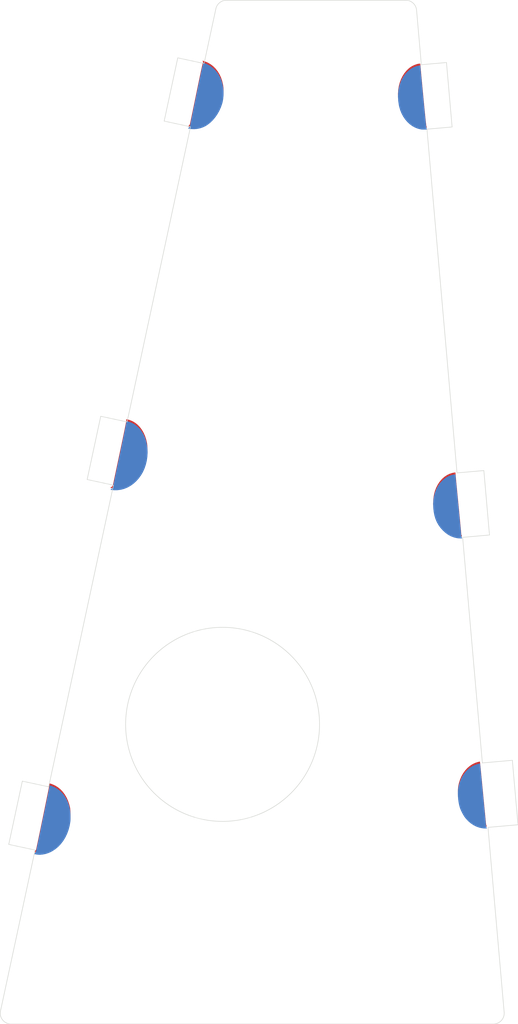
<source format=kicad_pcb>
(kicad_pcb (version 20171130) (host pcbnew "(5.1.10)-1")

  (general
    (thickness 1.6)
    (drawings 33)
    (tracks 0)
    (zones 0)
    (modules 1)
    (nets 1)
  )

  (page A4)
  (layers
    (0 F.Cu signal)
    (31 B.Cu signal)
    (32 B.Adhes user)
    (33 F.Adhes user)
    (34 B.Paste user)
    (35 F.Paste user)
    (36 B.SilkS user)
    (37 F.SilkS user)
    (38 B.Mask user)
    (39 F.Mask user)
    (40 Dwgs.User user)
    (41 Cmts.User user)
    (42 Eco1.User user)
    (43 Eco2.User user)
    (44 Edge.Cuts user)
    (45 Margin user)
    (46 B.CrtYd user)
    (47 F.CrtYd user)
    (48 B.Fab user)
    (49 F.Fab user)
  )

  (setup
    (last_trace_width 0.25)
    (trace_clearance 0.2)
    (zone_clearance 0.508)
    (zone_45_only no)
    (trace_min 0.2)
    (via_size 0.8)
    (via_drill 0.4)
    (via_min_size 0.4)
    (via_min_drill 0.3)
    (uvia_size 0.3)
    (uvia_drill 0.1)
    (uvias_allowed no)
    (uvia_min_size 0.2)
    (uvia_min_drill 0.1)
    (edge_width 0.05)
    (segment_width 0.2)
    (pcb_text_width 0.3)
    (pcb_text_size 1.5 1.5)
    (mod_edge_width 0.12)
    (mod_text_size 1 1)
    (mod_text_width 0.15)
    (pad_size 1.524 1.524)
    (pad_drill 0.762)
    (pad_to_mask_clearance 0)
    (aux_axis_origin 0 0)
    (visible_elements FFFFFF7F)
    (pcbplotparams
      (layerselection 0x010fc_ffffffff)
      (usegerberextensions false)
      (usegerberattributes true)
      (usegerberadvancedattributes true)
      (creategerberjobfile true)
      (excludeedgelayer true)
      (linewidth 0.100000)
      (plotframeref false)
      (viasonmask false)
      (mode 1)
      (useauxorigin false)
      (hpglpennumber 1)
      (hpglpenspeed 20)
      (hpglpendiameter 15.000000)
      (psnegative false)
      (psa4output false)
      (plotreference true)
      (plotvalue true)
      (plotinvisibletext false)
      (padsonsilk false)
      (subtractmaskfromsilk false)
      (outputformat 1)
      (mirror false)
      (drillshape 0)
      (scaleselection 1)
      (outputdirectory "output/"))
  )

  (net 0 "")

  (net_class Default "This is the default net class."
    (clearance 0.2)
    (trace_width 0.25)
    (via_dia 0.8)
    (via_drill 0.4)
    (uvia_dia 0.3)
    (uvia_drill 0.1)
  )

  (module gaisa-sargs-side-pcb-2:drawing (layer F.Cu) (tedit 0) (tstamp 61A80293)
    (at 148.34 144.06)
    (fp_text reference Ref** (at 0 0) (layer F.SilkS) hide
      (effects (font (size 1.27 1.27) (thickness 0.15)))
    )
    (fp_text value Val** (at 0 0) (layer F.SilkS) hide
      (effects (font (size 1.27 1.27) (thickness 0.15)))
    )
    (fp_poly (pts (xy -29.461534 -20.313598) (xy -29.405739 -20.296722) (xy -29.332996 -20.272874) (xy -29.324833 -20.270105)
      (xy -29.040626 -20.151391) (xy -28.77623 -19.996393) (xy -28.533145 -19.806998) (xy -28.312873 -19.585091)
      (xy -28.116913 -19.332557) (xy -27.946766 -19.051282) (xy -27.803934 -18.743151) (xy -27.689916 -18.410049)
      (xy -27.620948 -18.12925) (xy -27.599868 -17.99815) (xy -27.582946 -17.836438) (xy -27.570594 -17.65567)
      (xy -27.563224 -17.467401) (xy -27.56125 -17.283188) (xy -27.565082 -17.114586) (xy -27.575134 -16.973151)
      (xy -27.578634 -16.943645) (xy -27.64819 -16.549517) (xy -27.750404 -16.172678) (xy -27.883725 -15.815523)
      (xy -28.046603 -15.480446) (xy -28.23749 -15.169842) (xy -28.454834 -14.886104) (xy -28.697087 -14.631628)
      (xy -28.962699 -14.408808) (xy -29.25012 -14.220038) (xy -29.390085 -14.144869) (xy -29.637373 -14.038032)
      (xy -29.894881 -13.958401) (xy -30.153774 -13.907709) (xy -30.40522 -13.88769) (xy -30.63875 -13.899865)
      (xy -30.697313 -13.908865) (xy -30.774241 -13.922465) (xy -30.813371 -13.929943) (xy -30.924491 -13.951833)
      (xy -30.840693 -14.051213) (xy -30.814364 -14.083319) (xy -30.792947 -14.113806) (xy -30.774633 -14.148489)
      (xy -30.757612 -14.193181) (xy -30.740076 -14.253695) (xy -30.720215 -14.335844) (xy -30.696221 -14.445441)
      (xy -30.666284 -14.588299) (xy -30.651786 -14.658255) (xy -30.633626 -14.745758) (xy -30.607482 -14.871431)
      (xy -30.574034 -15.032006) (xy -30.533966 -15.224216) (xy -30.487959 -15.444794) (xy -30.436695 -15.690473)
      (xy -30.380856 -15.957985) (xy -30.321124 -16.244064) (xy -30.25818 -16.545442) (xy -30.192707 -16.858852)
      (xy -30.125387 -17.181027) (xy -30.056901 -17.508699) (xy -30.026506 -17.654101) (xy -29.9599 -17.973432)
      (xy -29.89577 -18.282323) (xy -29.83465 -18.578122) (xy -29.777075 -18.858179) (xy -29.723581 -19.119841)
      (xy -29.674704 -19.360456) (xy -29.630977 -19.577373) (xy -29.592938 -19.76794) (xy -29.56112 -19.929505)
      (xy -29.536059 -20.059417) (xy -29.51829 -20.155024) (xy -29.508349 -20.213673) (xy -29.506334 -20.231143)
      (xy -29.502631 -20.2857) (xy -29.493332 -20.317047) (xy -29.488875 -20.32) (xy -29.461534 -20.313598)) (layer B.Cu) (width 0.01))
    (fp_poly (pts (xy 10.455098 -22.326282) (xy 10.456333 -22.307604) (xy 10.458341 -22.281209) (xy 10.4642 -22.215262)
      (xy 10.473664 -22.112349) (xy 10.486488 -21.975053) (xy 10.502426 -21.805957) (xy 10.52123 -21.607646)
      (xy 10.542655 -21.382704) (xy 10.566456 -21.133713) (xy 10.592385 -20.863259) (xy 10.620197 -20.573925)
      (xy 10.649646 -20.268294) (xy 10.680486 -19.948951) (xy 10.710878 -19.634909) (xy 10.743282 -19.300095)
      (xy 10.774838 -18.973394) (xy 10.805271 -18.657684) (xy 10.834308 -18.35584) (xy 10.861672 -18.070737)
      (xy 10.88709 -17.805253) (xy 10.910287 -17.562262) (xy 10.930989 -17.34464) (xy 10.94892 -17.155263)
      (xy 10.963806 -16.997007) (xy 10.975373 -16.872748) (xy 10.983346 -16.785361) (xy 10.987037 -16.742901)
      (xy 11.000164 -16.609143) (xy 11.01515 -16.511595) (xy 11.033121 -16.44414) (xy 11.048233 -16.411295)
      (xy 11.071014 -16.364606) (xy 11.076918 -16.334645) (xy 11.075464 -16.331854) (xy 11.046079 -16.324518)
      (xy 10.983846 -16.322143) (xy 10.897922 -16.324456) (xy 10.797467 -16.331183) (xy 10.691641 -16.342051)
      (xy 10.678583 -16.343676) (xy 10.395994 -16.400547) (xy 10.118919 -16.497498) (xy 9.850917 -16.63232)
      (xy 9.595545 -16.802807) (xy 9.356362 -17.00675) (xy 9.136926 -17.241941) (xy 9.046108 -17.356667)
      (xy 8.965455 -17.474871) (xy 8.878096 -17.6213) (xy 8.790264 -17.78387) (xy 8.70819 -17.950497)
      (xy 8.638107 -18.109099) (xy 8.586246 -18.247591) (xy 8.585603 -18.249563) (xy 8.520414 -18.486378)
      (xy 8.4682 -18.750385) (xy 8.430017 -19.030029) (xy 8.406923 -19.313751) (xy 8.399975 -19.589997)
      (xy 8.410231 -19.847209) (xy 8.425991 -19.994208) (xy 8.492482 -20.334334) (xy 8.59472 -20.664083)
      (xy 8.730231 -20.978364) (xy 8.896543 -21.272086) (xy 9.091182 -21.540156) (xy 9.275243 -21.742265)
      (xy 9.48867 -21.93009) (xy 9.714968 -22.083092) (xy 9.960566 -22.204692) (xy 10.231896 -22.298315)
      (xy 10.398125 -22.339941) (xy 10.440121 -22.344266) (xy 10.455098 -22.326282)) (layer B.Cu) (width 0.01))
    (fp_poly (pts (xy 8.147955 -49.145202) (xy 8.166787 -49.125313) (xy 8.170333 -49.076193) (xy 8.170333 -49.076165)
      (xy 8.172378 -49.046183) (xy 8.178343 -48.976713) (xy 8.187977 -48.870396) (xy 8.201025 -48.729872)
      (xy 8.217237 -48.557781) (xy 8.236357 -48.356762) (xy 8.258135 -48.129456) (xy 8.282317 -47.878502)
      (xy 8.30865 -47.606541) (xy 8.336881 -47.316212) (xy 8.366758 -47.010156) (xy 8.398028 -46.691012)
      (xy 8.425215 -46.414457) (xy 8.457835 -46.082671) (xy 8.489536 -45.759349) (xy 8.52004 -45.447357)
      (xy 8.549071 -45.149561) (xy 8.576354 -44.868826) (xy 8.601611 -44.608016) (xy 8.624565 -44.369997)
      (xy 8.644941 -44.157634) (xy 8.662462 -43.973793) (xy 8.676851 -43.821338) (xy 8.687833 -43.703135)
      (xy 8.695129 -43.622049) (xy 8.698015 -43.587356) (xy 8.711712 -43.45002) (xy 8.729044 -43.353052)
      (xy 8.749848 -43.297368) (xy 8.750049 -43.297059) (xy 8.774531 -43.256237) (xy 8.784166 -43.233662)
      (xy 8.764727 -43.227529) (xy 8.713006 -43.224769) (xy 8.638894 -43.225104) (xy 8.552287 -43.228258)
      (xy 8.463076 -43.233953) (xy 8.381156 -43.241914) (xy 8.352043 -43.245757) (xy 8.056482 -43.310059)
      (xy 7.772669 -43.414953) (xy 7.500916 -43.560277) (xy 7.241535 -43.745863) (xy 7.005969 -43.960221)
      (xy 6.784529 -44.206878) (xy 6.597192 -44.465412) (xy 6.442351 -44.739616) (xy 6.318394 -45.033287)
      (xy 6.223714 -45.350217) (xy 6.1567 -45.694202) (xy 6.116639 -46.056886) (xy 6.106039 -46.434956)
      (xy 6.130953 -46.801517) (xy 6.190467 -47.15378) (xy 6.283668 -47.488956) (xy 6.409645 -47.804256)
      (xy 6.567484 -48.096892) (xy 6.756273 -48.364074) (xy 6.937911 -48.5666) (xy 7.089173 -48.703607)
      (xy 7.256838 -48.831109) (xy 7.42761 -48.939718) (xy 7.567083 -49.010965) (xy 7.661455 -49.047449)
      (xy 7.773334 -49.08281) (xy 7.889523 -49.113643) (xy 7.996826 -49.136542) (xy 8.082047 -49.148103)
      (xy 8.101541 -49.148852) (xy 8.147955 -49.145202)) (layer B.Cu) (width 0.01))
    (fp_poly (pts (xy -22.326809 -54.096435) (xy -22.268981 -54.081545) (xy -22.191205 -54.060044) (xy -22.152299 -54.048891)
      (xy -21.880553 -53.948385) (xy -21.625844 -53.810092) (xy -21.389933 -53.635705) (xy -21.17458 -53.426917)
      (xy -20.981545 -53.185422) (xy -20.812591 -52.912914) (xy -20.677475 -52.630402) (xy -20.556699 -52.287956)
      (xy -20.471954 -51.928968) (xy -20.422779 -51.55835) (xy -20.408713 -51.181018) (xy -20.429294 -50.801885)
      (xy -20.484063 -50.425865) (xy -20.572556 -50.057873) (xy -20.694314 -49.702823) (xy -20.848875 -49.365628)
      (xy -21.009681 -49.090596) (xy -21.22491 -48.793454) (xy -21.460742 -48.529398) (xy -21.715086 -48.299492)
      (xy -21.985853 -48.104805) (xy -22.27095 -47.946401) (xy -22.568288 -47.825348) (xy -22.875775 -47.742711)
      (xy -23.19132 -47.699558) (xy -23.512834 -47.696953) (xy -23.706667 -47.715155) (xy -23.786384 -47.726152)
      (xy -23.82994 -47.7348) (xy -23.843162 -47.744124) (xy -23.831879 -47.757151) (xy -23.8125 -47.770106)
      (xy -23.740088 -47.825013) (xy -23.676122 -47.888303) (xy -23.630641 -47.948991) (xy -23.614582 -47.986761)
      (xy -23.609108 -48.013183) (xy -23.595397 -48.078636) (xy -23.573952 -48.180731) (xy -23.545277 -48.31708)
      (xy -23.509874 -48.485292) (xy -23.468248 -48.682978) (xy -23.420901 -48.907749) (xy -23.368337 -49.157215)
      (xy -23.31106 -49.428988) (xy -23.249573 -49.720676) (xy -23.184379 -50.029893) (xy -23.115981 -50.354246)
      (xy -23.044883 -50.691348) (xy -22.988478 -50.95875) (xy -22.905777 -51.351593) (xy -22.827639 -51.724374)
      (xy -22.754425 -52.07531) (xy -22.686497 -52.40262) (xy -22.624218 -52.704524) (xy -22.567949 -52.979238)
      (xy -22.518052 -53.224983) (xy -22.474888 -53.439975) (xy -22.438819 -53.622434) (xy -22.410207 -53.770579)
      (xy -22.389414 -53.882627) (xy -22.376802 -53.956797) (xy -22.372727 -53.990875) (xy -22.369744 -54.052961)
      (xy -22.361608 -54.093295) (xy -22.354368 -54.102) (xy -22.326809 -54.096435)) (layer B.Cu) (width 0.01))
    (fp_poly (pts (xy 4.911005 -86.981564) (xy 4.913064 -86.948212) (xy 4.918997 -86.87529) (xy 4.928564 -86.765359)
      (xy 4.941527 -86.620983) (xy 4.957644 -86.444723) (xy 4.976676 -86.239143) (xy 4.998384 -86.006804)
      (xy 5.022527 -85.75027) (xy 5.048866 -85.472102) (xy 5.077161 -85.174863) (xy 5.107173 -84.861115)
      (xy 5.138661 -84.533421) (xy 5.171387 -84.194344) (xy 5.183626 -84.067896) (xy 5.223101 -83.660952)
      (xy 5.258812 -83.294112) (xy 5.29098 -82.965333) (xy 5.319828 -82.672573) (xy 5.345578 -82.413792)
      (xy 5.368452 -82.186947) (xy 5.38867 -81.989997) (xy 5.406456 -81.820899) (xy 5.422031 -81.677611)
      (xy 5.435618 -81.558093) (xy 5.447437 -81.460302) (xy 5.457711 -81.382196) (xy 5.466662 -81.321734)
      (xy 5.474511 -81.276873) (xy 5.481481 -81.245572) (xy 5.487794 -81.22579) (xy 5.493602 -81.215558)
      (xy 5.517016 -81.180525) (xy 5.517924 -81.160536) (xy 5.488863 -81.152038) (xy 5.427576 -81.145821)
      (xy 5.344117 -81.14201) (xy 5.248539 -81.140726) (xy 5.150896 -81.142093) (xy 5.06124 -81.146235)
      (xy 4.989625 -81.153275) (xy 4.98475 -81.154002) (xy 4.703284 -81.21851) (xy 4.433165 -81.321862)
      (xy 4.176695 -81.461546) (xy 3.936179 -81.63505) (xy 3.713919 -81.839863) (xy 3.512218 -82.073473)
      (xy 3.33338 -82.333368) (xy 3.179707 -82.617036) (xy 3.053503 -82.921966) (xy 2.957071 -83.245644)
      (xy 2.922835 -83.40277) (xy 2.864265 -83.799842) (xy 2.842483 -84.19012) (xy 2.857144 -84.570448)
      (xy 2.907904 -84.937671) (xy 2.994419 -85.288633) (xy 3.116342 -85.620178) (xy 3.17995 -85.75675)
      (xy 3.333221 -86.028583) (xy 3.508514 -86.274816) (xy 3.702789 -86.492971) (xy 3.91301 -86.680572)
      (xy 4.136137 -86.835141) (xy 4.369132 -86.954199) (xy 4.608957 -87.035269) (xy 4.789713 -87.069433)
      (xy 4.910666 -87.084545) (xy 4.911005 -86.981564)) (layer B.Cu) (width 0.01))
    (fp_poly (pts (xy -15.241259 -87.333043) (xy -15.193911 -87.320393) (xy -14.9084 -87.214844) (xy -14.639722 -87.071856)
      (xy -14.390171 -86.893749) (xy -14.162038 -86.682844) (xy -13.957617 -86.441458) (xy -13.779202 -86.171913)
      (xy -13.629084 -85.876528) (xy -13.538698 -85.645953) (xy -13.449173 -85.332292) (xy -13.38945 -84.999693)
      (xy -13.359764 -84.657047) (xy -13.360348 -84.313245) (xy -13.391435 -83.977181) (xy -13.45326 -83.657744)
      (xy -13.483557 -83.546945) (xy -13.604756 -83.198889) (xy -13.7558 -82.866384) (xy -13.933857 -82.553227)
      (xy -14.136097 -82.263214) (xy -14.35969 -82.000142) (xy -14.601805 -81.767807) (xy -14.859612 -81.570005)
      (xy -15.041102 -81.45791) (xy -15.271698 -81.348453) (xy -15.522047 -81.26448) (xy -15.781947 -81.207991)
      (xy -16.041198 -81.180987) (xy -16.289599 -81.185466) (xy -16.378373 -81.195743) (xy -16.459113 -81.208114)
      (xy -16.535611 -81.220789) (xy -16.563349 -81.225768) (xy -16.636537 -81.239499) (xy -16.551994 -81.346454)
      (xy -16.505881 -81.409763) (xy -16.47128 -81.466457) (xy -16.457371 -81.498996) (xy -16.451958 -81.524961)
      (xy -16.438548 -81.589929) (xy -16.417651 -81.691431) (xy -16.389772 -81.826998) (xy -16.355418 -81.994163)
      (xy -16.315096 -82.190457) (xy -16.269312 -82.413412) (xy -16.218575 -82.66056) (xy -16.16339 -82.929431)
      (xy -16.104265 -83.217559) (xy -16.041706 -83.522474) (xy -15.976219 -83.841709) (xy -15.908313 -84.172794)
      (xy -15.885165 -84.285667) (xy -15.792851 -84.73495) (xy -15.708566 -85.14332) (xy -15.632177 -85.511405)
      (xy -15.563549 -85.839829) (xy -15.502548 -86.12922) (xy -15.449039 -86.380203) (xy -15.402888 -86.593404)
      (xy -15.363959 -86.769451) (xy -15.33212 -86.908968) (xy -15.307234 -87.012582) (xy -15.289168 -87.08092)
      (xy -15.277788 -87.114608) (xy -15.277462 -87.11526) (xy -15.250629 -87.172902) (xy -15.243865 -87.211968)
      (xy -15.255297 -87.250085) (xy -15.261722 -87.263426) (xy -15.284963 -87.30995) (xy -15.299043 -87.33823)
      (xy -15.299065 -87.338274) (xy -15.285114 -87.3412) (xy -15.241259 -87.333043)) (layer B.Cu) (width 0.01))
    (fp_poly (pts (xy -29.424311 -20.478349) (xy -29.350609 -20.454817) (xy -29.271599 -20.426396) (xy -28.990553 -20.301653)
      (xy -28.729988 -20.140814) (xy -28.491175 -19.945504) (xy -28.27538 -19.717347) (xy -28.083873 -19.45797)
      (xy -27.917923 -19.168999) (xy -27.778798 -18.852057) (xy -27.667767 -18.508772) (xy -27.6191 -18.309167)
      (xy -27.603363 -18.232447) (xy -27.59142 -18.16109) (xy -27.582761 -18.087401) (xy -27.576877 -18.003689)
      (xy -27.573259 -17.902262) (xy -27.571398 -17.775427) (xy -27.570784 -17.615492) (xy -27.570766 -17.578917)
      (xy -27.571038 -17.414951) (xy -27.572302 -17.285201) (xy -27.575167 -17.18155) (xy -27.580239 -17.095884)
      (xy -27.588126 -17.020084) (xy -27.599437 -16.946037) (xy -27.614779 -16.865625) (xy -27.629403 -16.79575)
      (xy -27.731055 -16.400648) (xy -27.861663 -16.03509) (xy -28.022548 -15.696555) (xy -28.215029 -15.382521)
      (xy -28.440426 -15.090465) (xy -28.62699 -14.889211) (xy -28.873217 -14.662419) (xy -29.121103 -14.475311)
      (xy -29.37514 -14.325331) (xy -29.639817 -14.209926) (xy -29.919624 -14.126539) (xy -29.997566 -14.109344)
      (xy -30.097263 -14.094727) (xy -30.224311 -14.084595) (xy -30.3661 -14.079114) (xy -30.510018 -14.078448)
      (xy -30.643457 -14.082762) (xy -30.753804 -14.092221) (xy -30.796268 -14.098909) (xy -30.856819 -14.111273)
      (xy -30.899225 -14.120825) (xy -30.907645 -14.123132) (xy -30.904399 -14.140811) (xy -30.878905 -14.181328)
      (xy -30.839834 -14.231985) (xy -30.793042 -14.293729) (xy -30.758254 -14.349116) (xy -30.744915 -14.380068)
      (xy -30.714203 -14.522925) (xy -30.677532 -14.695283) (xy -30.635478 -14.89434) (xy -30.588617 -15.117296)
      (xy -30.537524 -15.36135) (xy -30.482775 -15.623702) (xy -30.424946 -15.90155) (xy -30.364613 -16.192094)
      (xy -30.302351 -16.492533) (xy -30.238737 -16.800068) (xy -30.174346 -17.111896) (xy -30.109754 -17.425217)
      (xy -30.045537 -17.73723) (xy -29.98227 -18.045136) (xy -29.92053 -18.346132) (xy -29.860892 -18.637419)
      (xy -29.803932 -18.916196) (xy -29.750225 -19.179662) (xy -29.700348 -19.425016) (xy -29.654877 -19.649457)
      (xy -29.614386 -19.850186) (xy -29.579453 -20.0244) (xy -29.550652 -20.1693) (xy -29.52856 -20.282085)
      (xy -29.513752 -20.359954) (xy -29.506804 -20.400107) (xy -29.506334 -20.404611) (xy -29.504515 -20.449453)
      (xy -29.494649 -20.47628) (xy -29.470119 -20.485708) (xy -29.424311 -20.478349)) (layer B.Mask) (width 0.01))
    (fp_poly (pts (xy 10.442978 -22.5195) (xy 10.445648 -22.498106) (xy 10.452085 -22.437386) (xy 10.462016 -22.340154)
      (xy 10.475168 -22.209225) (xy 10.491267 -22.047412) (xy 10.51004 -21.85753) (xy 10.531214 -21.642392)
      (xy 10.554516 -21.404814) (xy 10.579673 -21.147608) (xy 10.606411 -20.87359) (xy 10.634457 -20.585573)
      (xy 10.663538 -20.286372) (xy 10.693381 -19.9788) (xy 10.723712 -19.665672) (xy 10.754259 -19.349802)
      (xy 10.784748 -19.034005) (xy 10.814905 -18.721093) (xy 10.844458 -18.413882) (xy 10.873134 -18.115185)
      (xy 10.900659 -17.827817) (xy 10.92676 -17.554592) (xy 10.951164 -17.298324) (xy 10.973597 -17.061827)
      (xy 10.993787 -16.847915) (xy 10.999231 -16.790002) (xy 11.012232 -16.705182) (xy 11.032683 -16.62573)
      (xy 11.049233 -16.583627) (xy 11.086769 -16.51) (xy 10.882676 -16.511989) (xy 10.773463 -16.516006)
      (xy 10.661235 -16.524959) (xy 10.565474 -16.537161) (xy 10.541 -16.541574) (xy 10.256013 -16.619969)
      (xy 9.980587 -16.737588) (xy 9.717897 -16.891806) (xy 9.471115 -17.079998) (xy 9.243417 -17.299539)
      (xy 9.037976 -17.547805) (xy 8.857966 -17.822171) (xy 8.75252 -18.020625) (xy 8.639213 -18.280802)
      (xy 8.550463 -18.545798) (xy 8.484516 -18.823483) (xy 8.439615 -19.121731) (xy 8.414005 -19.448414)
      (xy 8.409667 -19.558) (xy 8.405699 -19.768028) (xy 8.408911 -19.947644) (xy 8.42044 -20.108335)
      (xy 8.441422 -20.26159) (xy 8.472996 -20.418896) (xy 8.509434 -20.565977) (xy 8.611369 -20.884028)
      (xy 8.74277 -21.182308) (xy 8.901179 -21.458119) (xy 9.084134 -21.708762) (xy 9.289176 -21.931538)
      (xy 9.513844 -22.12375) (xy 9.755677 -22.282698) (xy 10.012217 -22.405685) (xy 10.258652 -22.484639)
      (xy 10.339146 -22.503359) (xy 10.402357 -22.515892) (xy 10.438399 -22.520367) (xy 10.442978 -22.5195)) (layer B.Mask) (width 0.01))
    (fp_poly (pts (xy 8.161726 -49.32476) (xy 8.169426 -49.302448) (xy 8.170349 -49.266337) (xy 8.170333 -49.258289)
      (xy 8.17238 -49.227413) (xy 8.178356 -49.157008) (xy 8.188011 -49.049673) (xy 8.201099 -48.908008)
      (xy 8.21737 -48.734612) (xy 8.236576 -48.532081) (xy 8.258468 -48.303017) (xy 8.282798 -48.050016)
      (xy 8.309318 -47.775679) (xy 8.337779 -47.482603) (xy 8.367932 -47.173387) (xy 8.39953 -46.85063)
      (xy 8.432324 -46.516931) (xy 8.434902 -46.490748) (xy 8.467815 -46.155784) (xy 8.499555 -45.83122)
      (xy 8.529874 -45.519686) (xy 8.558521 -45.223811) (xy 8.585247 -44.946225) (xy 8.609802 -44.689557)
      (xy 8.631937 -44.456439) (xy 8.651402 -44.2495) (xy 8.667947 -44.071368) (xy 8.681323 -43.924676)
      (xy 8.69128 -43.812051) (xy 8.697568 -43.736124) (xy 8.699938 -43.699526) (xy 8.699951 -43.698584)
      (xy 8.709224 -43.612692) (xy 8.73187 -43.526274) (xy 8.741263 -43.502792) (xy 8.764998 -43.448296)
      (xy 8.77096 -43.421944) (xy 8.759293 -43.413526) (xy 8.742529 -43.412834) (xy 8.693095 -43.408936)
      (xy 8.674772 -43.405365) (xy 8.642059 -43.403783) (xy 8.578536 -43.405895) (xy 8.495523 -43.411232)
      (xy 8.456083 -43.414451) (xy 8.167264 -43.460453) (xy 7.886646 -43.546267) (xy 7.616824 -43.669746)
      (xy 7.36039 -43.828741) (xy 7.119938 -44.021104) (xy 6.898059 -44.244689) (xy 6.697349 -44.497346)
      (xy 6.520398 -44.776928) (xy 6.369802 -45.081287) (xy 6.331176 -45.174515) (xy 6.238558 -45.454601)
      (xy 6.170497 -45.760881) (xy 6.127185 -46.084928) (xy 6.108815 -46.418317) (xy 6.115582 -46.752621)
      (xy 6.147678 -47.079414) (xy 6.205297 -47.39027) (xy 6.274717 -47.636365) (xy 6.39744 -47.948325)
      (xy 6.548476 -48.237964) (xy 6.724814 -48.500258) (xy 6.923442 -48.730185) (xy 6.941288 -48.748107)
      (xy 7.158629 -48.93814) (xy 7.391707 -49.093617) (xy 7.636138 -49.212076) (xy 7.887535 -49.291061)
      (xy 7.924028 -49.299033) (xy 8.028402 -49.320409) (xy 8.098172 -49.332589) (xy 8.140294 -49.334423)
      (xy 8.161726 -49.32476)) (layer B.Mask) (width 0.01))
    (fp_poly (pts (xy -22.293792 -54.261714) (xy -22.235909 -54.247983) (xy -22.153846 -54.224474) (xy -22.06326 -54.19573)
      (xy -22.043054 -54.188921) (xy -21.782997 -54.078134) (xy -21.540071 -53.93016) (xy -21.315927 -53.747212)
      (xy -21.112218 -53.531505) (xy -20.930596 -53.285254) (xy -20.772713 -53.010671) (xy -20.64022 -52.709973)
      (xy -20.53477 -52.385372) (xy -20.463935 -52.072342) (xy -20.440176 -51.90118) (xy -20.424508 -51.700514)
      (xy -20.416928 -51.482392) (xy -20.417434 -51.258862) (xy -20.426026 -51.041973) (xy -20.442703 -50.843774)
      (xy -20.464103 -50.694167) (xy -20.556793 -50.288616) (xy -20.682593 -49.909358) (xy -20.841615 -49.556172)
      (xy -21.033968 -49.228837) (xy -21.259762 -48.927132) (xy -21.441836 -48.726937) (xy -21.700279 -48.490982)
      (xy -21.975038 -48.290891) (xy -22.263404 -48.12819) (xy -22.562667 -48.004408) (xy -22.87012 -47.921074)
      (xy -22.870584 -47.92098) (xy -22.969994 -47.903658) (xy -23.081735 -47.88846) (xy -23.195449 -47.876314)
      (xy -23.300782 -47.868147) (xy -23.387375 -47.864883) (xy -23.444873 -47.867451) (xy -23.452667 -47.868909)
      (xy -23.487334 -47.87387) (xy -23.552383 -47.880513) (xy -23.635958 -47.887674) (xy -23.669625 -47.890253)
      (xy -23.75218 -47.897891) (xy -23.815785 -47.906678) (xy -23.850884 -47.915161) (xy -23.854834 -47.918421)
      (xy -23.837991 -47.93656) (xy -23.795939 -47.964233) (xy -23.779239 -47.973584) (xy -23.696405 -48.034321)
      (xy -23.639518 -48.116928) (xy -23.60325 -48.229654) (xy -23.598581 -48.253338) (xy -23.59153 -48.288632)
      (xy -23.576213 -48.362828) (xy -23.553159 -48.473419) (xy -23.522897 -48.617898) (xy -23.485956 -48.793755)
      (xy -23.442864 -48.998485) (xy -23.39415 -49.22958) (xy -23.340343 -49.484531) (xy -23.281972 -49.760832)
      (xy -23.219565 -50.055975) (xy -23.153652 -50.367452) (xy -23.08476 -50.692756) (xy -23.013419 -51.029379)
      (xy -22.97463 -51.212304) (xy -22.891189 -51.606564) (xy -22.812686 -51.979174) (xy -22.739465 -52.328443)
      (xy -22.671872 -52.65268) (xy -22.610252 -52.950192) (xy -22.554949 -53.219288) (xy -22.506308 -53.458277)
      (xy -22.464674 -53.665468) (xy -22.430393 -53.839168) (xy -22.403808 -53.977687) (xy -22.385265 -54.079332)
      (xy -22.375109 -54.142413) (xy -22.373167 -54.162118) (xy -22.373167 -54.276045) (xy -22.293792 -54.261714)) (layer B.Mask) (width 0.01))
    (fp_poly (pts (xy 4.886242 -87.245919) (xy 4.905946 -87.228302) (xy 4.910184 -87.18359) (xy 4.910149 -87.169625)
      (xy 4.912073 -87.139161) (xy 4.917816 -87.0691) (xy 4.927143 -86.961987) (xy 4.939817 -86.820365)
      (xy 4.955602 -86.646777) (xy 4.974262 -86.443766) (xy 4.995562 -86.213875) (xy 5.019266 -85.959648)
      (xy 5.045137 -85.683627) (xy 5.07294 -85.388356) (xy 5.102439 -85.076378) (xy 5.133399 -84.750236)
      (xy 5.165582 -84.412474) (xy 5.176684 -84.29625) (xy 5.217692 -83.868332) (xy 5.255044 -83.481005)
      (xy 5.288906 -83.132702) (xy 5.319443 -82.821854) (xy 5.346819 -82.546893) (xy 5.371199 -82.30625)
      (xy 5.392749 -82.098356) (xy 5.411633 -81.921645) (xy 5.428016 -81.774546) (xy 5.442063 -81.655491)
      (xy 5.453939 -81.562912) (xy 5.463809 -81.495241) (xy 5.471838 -81.450909) (xy 5.478191 -81.428347)
      (xy 5.478274 -81.428167) (xy 5.5025 -81.376309) (xy 5.518687 -81.341852) (xy 5.52042 -81.338209)
      (xy 5.504872 -81.330898) (xy 5.455436 -81.326284) (xy 5.38046 -81.324183) (xy 5.288291 -81.324411)
      (xy 5.187276 -81.326787) (xy 5.085763 -81.331126) (xy 4.9921 -81.337245) (xy 4.914633 -81.344962)
      (xy 4.868333 -81.352512) (xy 4.58262 -81.437344) (xy 4.309547 -81.56113) (xy 4.051943 -81.721646)
      (xy 3.812634 -81.916665) (xy 3.59445 -82.143962) (xy 3.400219 -82.401312) (xy 3.275735 -82.605869)
      (xy 3.152566 -82.849825) (xy 3.052929 -83.096537) (xy 2.974496 -83.354322) (xy 2.914936 -83.631498)
      (xy 2.87192 -83.936383) (xy 2.855556 -84.10575) (xy 2.842858 -84.465329) (xy 2.864408 -84.818452)
      (xy 2.918816 -85.161669) (xy 3.004696 -85.49153) (xy 3.120658 -85.804585) (xy 3.265315 -86.097383)
      (xy 3.437279 -86.366473) (xy 3.635161 -86.608405) (xy 3.857574 -86.819729) (xy 3.987711 -86.920132)
      (xy 4.122033 -87.005371) (xy 4.273229 -87.083635) (xy 4.431196 -87.151026) (xy 4.58583 -87.203645)
      (xy 4.727028 -87.237594) (xy 4.839969 -87.249) (xy 4.886242 -87.245919)) (layer B.Mask) (width 0.01))
    (fp_poly (pts (xy -15.273061 -87.515606) (xy -15.220325 -87.502085) (xy -15.147583 -87.479827) (xy -15.121149 -87.471106)
      (xy -14.833296 -87.352646) (xy -14.566083 -87.198515) (xy -14.321073 -87.010836) (xy -14.099832 -86.791732)
      (xy -13.903924 -86.543325) (xy -13.734913 -86.267738) (xy -13.594365 -85.967092) (xy -13.483844 -85.64351)
      (xy -13.404915 -85.299114) (xy -13.375784 -85.103626) (xy -13.364874 -84.969518) (xy -13.360051 -84.806646)
      (xy -13.360944 -84.627502) (xy -13.367187 -84.444575) (xy -13.37841 -84.270357) (xy -13.394245 -84.117339)
      (xy -13.407393 -84.032125) (xy -13.458342 -83.81527) (xy -13.533003 -83.578499) (xy -13.626674 -83.333275)
      (xy -13.734655 -83.091064) (xy -13.852244 -82.86333) (xy -13.960605 -82.68298) (xy -14.173099 -82.388334)
      (xy -14.403851 -82.127522) (xy -14.650996 -81.902097) (xy -14.912665 -81.713614) (xy -15.186991 -81.563626)
      (xy -15.416341 -81.471709) (xy -15.594173 -81.421455) (xy -15.786856 -81.383867) (xy -15.978683 -81.361217)
      (xy -16.153946 -81.355776) (xy -16.203084 -81.35798) (xy -16.288706 -81.365494) (xy -16.381576 -81.376431)
      (xy -16.472222 -81.389302) (xy -16.55117 -81.402617) (xy -16.608948 -81.414886) (xy -16.636082 -81.424621)
      (xy -16.637 -81.426207) (xy -16.623051 -81.448379) (xy -16.587574 -81.488105) (xy -16.563316 -81.512447)
      (xy -16.513954 -81.569851) (xy -16.477199 -81.629506) (xy -16.469386 -81.648891) (xy -16.462719 -81.677266)
      (xy -16.44808 -81.744621) (xy -16.425984 -81.848467) (xy -16.396951 -81.98631) (xy -16.361498 -82.15566)
      (xy -16.320141 -82.354025) (xy -16.2734 -82.578913) (xy -16.221792 -82.827833) (xy -16.165833 -83.098292)
      (xy -16.106043 -83.3878) (xy -16.042938 -83.693864) (xy -15.977037 -84.013993) (xy -15.908856 -84.345695)
      (xy -15.88641 -84.455) (xy -15.796577 -84.891838) (xy -15.714734 -85.288232) (xy -15.640647 -85.645268)
      (xy -15.574083 -85.964029) (xy -15.514808 -86.2456) (xy -15.462589 -86.491065) (xy -15.417192 -86.701507)
      (xy -15.378385 -86.878012) (xy -15.345933 -87.021662) (xy -15.319603 -87.133543) (xy -15.299161 -87.214739)
      (xy -15.284375 -87.266333) (xy -15.276587 -87.286782) (xy -15.249153 -87.342961) (xy -15.240834 -87.37919)
      (xy -15.250589 -87.412748) (xy -15.267158 -87.443107) (xy -15.289715 -87.488549) (xy -15.296711 -87.515851)
      (xy -15.295827 -87.517729) (xy -15.273061 -87.515606)) (layer B.Mask) (width 0.01))
    (fp_poly (pts (xy -29.424311 -20.478349) (xy -29.350609 -20.454817) (xy -29.271599 -20.426396) (xy -28.990553 -20.301653)
      (xy -28.729988 -20.140814) (xy -28.491175 -19.945504) (xy -28.27538 -19.717347) (xy -28.083873 -19.45797)
      (xy -27.917923 -19.168999) (xy -27.778798 -18.852057) (xy -27.667767 -18.508772) (xy -27.6191 -18.309167)
      (xy -27.603363 -18.232447) (xy -27.59142 -18.16109) (xy -27.582761 -18.087401) (xy -27.576877 -18.003689)
      (xy -27.573259 -17.902262) (xy -27.571398 -17.775427) (xy -27.570784 -17.615492) (xy -27.570766 -17.578917)
      (xy -27.571038 -17.414951) (xy -27.572302 -17.285201) (xy -27.575167 -17.18155) (xy -27.580239 -17.095884)
      (xy -27.588126 -17.020084) (xy -27.599437 -16.946037) (xy -27.614779 -16.865625) (xy -27.629403 -16.79575)
      (xy -27.731055 -16.400648) (xy -27.861663 -16.03509) (xy -28.022548 -15.696555) (xy -28.215029 -15.382521)
      (xy -28.440426 -15.090465) (xy -28.62699 -14.889211) (xy -28.873217 -14.662419) (xy -29.121103 -14.475311)
      (xy -29.37514 -14.325331) (xy -29.639817 -14.209926) (xy -29.919624 -14.126539) (xy -29.997566 -14.109344)
      (xy -30.097263 -14.094727) (xy -30.224311 -14.084595) (xy -30.3661 -14.079114) (xy -30.510018 -14.078448)
      (xy -30.643457 -14.082762) (xy -30.753804 -14.092221) (xy -30.796268 -14.098909) (xy -30.856819 -14.111273)
      (xy -30.899225 -14.120825) (xy -30.907645 -14.123132) (xy -30.904399 -14.140811) (xy -30.878905 -14.181328)
      (xy -30.839834 -14.231985) (xy -30.793042 -14.293729) (xy -30.758254 -14.349116) (xy -30.744915 -14.380068)
      (xy -30.714203 -14.522925) (xy -30.677532 -14.695283) (xy -30.635478 -14.89434) (xy -30.588617 -15.117296)
      (xy -30.537524 -15.36135) (xy -30.482775 -15.623702) (xy -30.424946 -15.90155) (xy -30.364613 -16.192094)
      (xy -30.302351 -16.492533) (xy -30.238737 -16.800068) (xy -30.174346 -17.111896) (xy -30.109754 -17.425217)
      (xy -30.045537 -17.73723) (xy -29.98227 -18.045136) (xy -29.92053 -18.346132) (xy -29.860892 -18.637419)
      (xy -29.803932 -18.916196) (xy -29.750225 -19.179662) (xy -29.700348 -19.425016) (xy -29.654877 -19.649457)
      (xy -29.614386 -19.850186) (xy -29.579453 -20.0244) (xy -29.550652 -20.1693) (xy -29.52856 -20.282085)
      (xy -29.513752 -20.359954) (xy -29.506804 -20.400107) (xy -29.506334 -20.404611) (xy -29.504515 -20.449453)
      (xy -29.494649 -20.47628) (xy -29.470119 -20.485708) (xy -29.424311 -20.478349)) (layer F.Cu) (width 0.01))
    (fp_poly (pts (xy 10.442978 -22.5195) (xy 10.445648 -22.498106) (xy 10.452085 -22.437386) (xy 10.462016 -22.340154)
      (xy 10.475168 -22.209225) (xy 10.491267 -22.047412) (xy 10.51004 -21.85753) (xy 10.531214 -21.642392)
      (xy 10.554516 -21.404814) (xy 10.579673 -21.147608) (xy 10.606411 -20.87359) (xy 10.634457 -20.585573)
      (xy 10.663538 -20.286372) (xy 10.693381 -19.9788) (xy 10.723712 -19.665672) (xy 10.754259 -19.349802)
      (xy 10.784748 -19.034005) (xy 10.814905 -18.721093) (xy 10.844458 -18.413882) (xy 10.873134 -18.115185)
      (xy 10.900659 -17.827817) (xy 10.92676 -17.554592) (xy 10.951164 -17.298324) (xy 10.973597 -17.061827)
      (xy 10.993787 -16.847915) (xy 10.999231 -16.790002) (xy 11.012232 -16.705182) (xy 11.032683 -16.62573)
      (xy 11.049233 -16.583627) (xy 11.086769 -16.51) (xy 10.882676 -16.511989) (xy 10.773463 -16.516006)
      (xy 10.661235 -16.524959) (xy 10.565474 -16.537161) (xy 10.541 -16.541574) (xy 10.256013 -16.619969)
      (xy 9.980587 -16.737588) (xy 9.717897 -16.891806) (xy 9.471115 -17.079998) (xy 9.243417 -17.299539)
      (xy 9.037976 -17.547805) (xy 8.857966 -17.822171) (xy 8.75252 -18.020625) (xy 8.639213 -18.280802)
      (xy 8.550463 -18.545798) (xy 8.484516 -18.823483) (xy 8.439615 -19.121731) (xy 8.414005 -19.448414)
      (xy 8.409667 -19.558) (xy 8.405699 -19.768028) (xy 8.408911 -19.947644) (xy 8.42044 -20.108335)
      (xy 8.441422 -20.26159) (xy 8.472996 -20.418896) (xy 8.509434 -20.565977) (xy 8.611369 -20.884028)
      (xy 8.74277 -21.182308) (xy 8.901179 -21.458119) (xy 9.084134 -21.708762) (xy 9.289176 -21.931538)
      (xy 9.513844 -22.12375) (xy 9.755677 -22.282698) (xy 10.012217 -22.405685) (xy 10.258652 -22.484639)
      (xy 10.339146 -22.503359) (xy 10.402357 -22.515892) (xy 10.438399 -22.520367) (xy 10.442978 -22.5195)) (layer F.Cu) (width 0.01))
    (fp_poly (pts (xy 8.161726 -49.32476) (xy 8.169426 -49.302448) (xy 8.170349 -49.266337) (xy 8.170333 -49.258289)
      (xy 8.17238 -49.227413) (xy 8.178356 -49.157008) (xy 8.188011 -49.049673) (xy 8.201099 -48.908008)
      (xy 8.21737 -48.734612) (xy 8.236576 -48.532081) (xy 8.258468 -48.303017) (xy 8.282798 -48.050016)
      (xy 8.309318 -47.775679) (xy 8.337779 -47.482603) (xy 8.367932 -47.173387) (xy 8.39953 -46.85063)
      (xy 8.432324 -46.516931) (xy 8.434902 -46.490748) (xy 8.467815 -46.155784) (xy 8.499555 -45.83122)
      (xy 8.529874 -45.519686) (xy 8.558521 -45.223811) (xy 8.585247 -44.946225) (xy 8.609802 -44.689557)
      (xy 8.631937 -44.456439) (xy 8.651402 -44.2495) (xy 8.667947 -44.071368) (xy 8.681323 -43.924676)
      (xy 8.69128 -43.812051) (xy 8.697568 -43.736124) (xy 8.699938 -43.699526) (xy 8.699951 -43.698584)
      (xy 8.709224 -43.612692) (xy 8.73187 -43.526274) (xy 8.741263 -43.502792) (xy 8.764998 -43.448296)
      (xy 8.77096 -43.421944) (xy 8.759293 -43.413526) (xy 8.742529 -43.412834) (xy 8.693095 -43.408936)
      (xy 8.674772 -43.405365) (xy 8.642059 -43.403783) (xy 8.578536 -43.405895) (xy 8.495523 -43.411232)
      (xy 8.456083 -43.414451) (xy 8.167264 -43.460453) (xy 7.886646 -43.546267) (xy 7.616824 -43.669746)
      (xy 7.36039 -43.828741) (xy 7.119938 -44.021104) (xy 6.898059 -44.244689) (xy 6.697349 -44.497346)
      (xy 6.520398 -44.776928) (xy 6.369802 -45.081287) (xy 6.331176 -45.174515) (xy 6.238558 -45.454601)
      (xy 6.170497 -45.760881) (xy 6.127185 -46.084928) (xy 6.108815 -46.418317) (xy 6.115582 -46.752621)
      (xy 6.147678 -47.079414) (xy 6.205297 -47.39027) (xy 6.274717 -47.636365) (xy 6.39744 -47.948325)
      (xy 6.548476 -48.237964) (xy 6.724814 -48.500258) (xy 6.923442 -48.730185) (xy 6.941288 -48.748107)
      (xy 7.158629 -48.93814) (xy 7.391707 -49.093617) (xy 7.636138 -49.212076) (xy 7.887535 -49.291061)
      (xy 7.924028 -49.299033) (xy 8.028402 -49.320409) (xy 8.098172 -49.332589) (xy 8.140294 -49.334423)
      (xy 8.161726 -49.32476)) (layer F.Cu) (width 0.01))
    (fp_poly (pts (xy -22.293792 -54.261714) (xy -22.235909 -54.247983) (xy -22.153846 -54.224474) (xy -22.06326 -54.19573)
      (xy -22.043054 -54.188921) (xy -21.782997 -54.078134) (xy -21.540071 -53.93016) (xy -21.315927 -53.747212)
      (xy -21.112218 -53.531505) (xy -20.930596 -53.285254) (xy -20.772713 -53.010671) (xy -20.64022 -52.709973)
      (xy -20.53477 -52.385372) (xy -20.463935 -52.072342) (xy -20.440176 -51.90118) (xy -20.424508 -51.700514)
      (xy -20.416928 -51.482392) (xy -20.417434 -51.258862) (xy -20.426026 -51.041973) (xy -20.442703 -50.843774)
      (xy -20.464103 -50.694167) (xy -20.556793 -50.288616) (xy -20.682593 -49.909358) (xy -20.841615 -49.556172)
      (xy -21.033968 -49.228837) (xy -21.259762 -48.927132) (xy -21.441836 -48.726937) (xy -21.700279 -48.490982)
      (xy -21.975038 -48.290891) (xy -22.263404 -48.12819) (xy -22.562667 -48.004408) (xy -22.87012 -47.921074)
      (xy -22.870584 -47.92098) (xy -22.969994 -47.903658) (xy -23.081735 -47.88846) (xy -23.195449 -47.876314)
      (xy -23.300782 -47.868147) (xy -23.387375 -47.864883) (xy -23.444873 -47.867451) (xy -23.452667 -47.868909)
      (xy -23.487334 -47.87387) (xy -23.552383 -47.880513) (xy -23.635958 -47.887674) (xy -23.669625 -47.890253)
      (xy -23.75218 -47.897891) (xy -23.815785 -47.906678) (xy -23.850884 -47.915161) (xy -23.854834 -47.918421)
      (xy -23.837991 -47.93656) (xy -23.795939 -47.964233) (xy -23.779239 -47.973584) (xy -23.696405 -48.034321)
      (xy -23.639518 -48.116928) (xy -23.60325 -48.229654) (xy -23.598581 -48.253338) (xy -23.59153 -48.288632)
      (xy -23.576213 -48.362828) (xy -23.553159 -48.473419) (xy -23.522897 -48.617898) (xy -23.485956 -48.793755)
      (xy -23.442864 -48.998485) (xy -23.39415 -49.22958) (xy -23.340343 -49.484531) (xy -23.281972 -49.760832)
      (xy -23.219565 -50.055975) (xy -23.153652 -50.367452) (xy -23.08476 -50.692756) (xy -23.013419 -51.029379)
      (xy -22.97463 -51.212304) (xy -22.891189 -51.606564) (xy -22.812686 -51.979174) (xy -22.739465 -52.328443)
      (xy -22.671872 -52.65268) (xy -22.610252 -52.950192) (xy -22.554949 -53.219288) (xy -22.506308 -53.458277)
      (xy -22.464674 -53.665468) (xy -22.430393 -53.839168) (xy -22.403808 -53.977687) (xy -22.385265 -54.079332)
      (xy -22.375109 -54.142413) (xy -22.373167 -54.162118) (xy -22.373167 -54.276045) (xy -22.293792 -54.261714)) (layer F.Cu) (width 0.01))
    (fp_poly (pts (xy 4.886242 -87.245919) (xy 4.905946 -87.228302) (xy 4.910184 -87.18359) (xy 4.910149 -87.169625)
      (xy 4.912073 -87.139161) (xy 4.917816 -87.0691) (xy 4.927143 -86.961987) (xy 4.939817 -86.820365)
      (xy 4.955602 -86.646777) (xy 4.974262 -86.443766) (xy 4.995562 -86.213875) (xy 5.019266 -85.959648)
      (xy 5.045137 -85.683627) (xy 5.07294 -85.388356) (xy 5.102439 -85.076378) (xy 5.133399 -84.750236)
      (xy 5.165582 -84.412474) (xy 5.176684 -84.29625) (xy 5.217692 -83.868332) (xy 5.255044 -83.481005)
      (xy 5.288906 -83.132702) (xy 5.319443 -82.821854) (xy 5.346819 -82.546893) (xy 5.371199 -82.30625)
      (xy 5.392749 -82.098356) (xy 5.411633 -81.921645) (xy 5.428016 -81.774546) (xy 5.442063 -81.655491)
      (xy 5.453939 -81.562912) (xy 5.463809 -81.495241) (xy 5.471838 -81.450909) (xy 5.478191 -81.428347)
      (xy 5.478274 -81.428167) (xy 5.5025 -81.376309) (xy 5.518687 -81.341852) (xy 5.52042 -81.338209)
      (xy 5.504872 -81.330898) (xy 5.455436 -81.326284) (xy 5.38046 -81.324183) (xy 5.288291 -81.324411)
      (xy 5.187276 -81.326787) (xy 5.085763 -81.331126) (xy 4.9921 -81.337245) (xy 4.914633 -81.344962)
      (xy 4.868333 -81.352512) (xy 4.58262 -81.437344) (xy 4.309547 -81.56113) (xy 4.051943 -81.721646)
      (xy 3.812634 -81.916665) (xy 3.59445 -82.143962) (xy 3.400219 -82.401312) (xy 3.275735 -82.605869)
      (xy 3.152566 -82.849825) (xy 3.052929 -83.096537) (xy 2.974496 -83.354322) (xy 2.914936 -83.631498)
      (xy 2.87192 -83.936383) (xy 2.855556 -84.10575) (xy 2.842858 -84.465329) (xy 2.864408 -84.818452)
      (xy 2.918816 -85.161669) (xy 3.004696 -85.49153) (xy 3.120658 -85.804585) (xy 3.265315 -86.097383)
      (xy 3.437279 -86.366473) (xy 3.635161 -86.608405) (xy 3.857574 -86.819729) (xy 3.987711 -86.920132)
      (xy 4.122033 -87.005371) (xy 4.273229 -87.083635) (xy 4.431196 -87.151026) (xy 4.58583 -87.203645)
      (xy 4.727028 -87.237594) (xy 4.839969 -87.249) (xy 4.886242 -87.245919)) (layer F.Cu) (width 0.01))
    (fp_poly (pts (xy -15.273061 -87.515606) (xy -15.220325 -87.502085) (xy -15.147583 -87.479827) (xy -15.121149 -87.471106)
      (xy -14.833296 -87.352646) (xy -14.566083 -87.198515) (xy -14.321073 -87.010836) (xy -14.099832 -86.791732)
      (xy -13.903924 -86.543325) (xy -13.734913 -86.267738) (xy -13.594365 -85.967092) (xy -13.483844 -85.64351)
      (xy -13.404915 -85.299114) (xy -13.375784 -85.103626) (xy -13.364874 -84.969518) (xy -13.360051 -84.806646)
      (xy -13.360944 -84.627502) (xy -13.367187 -84.444575) (xy -13.37841 -84.270357) (xy -13.394245 -84.117339)
      (xy -13.407393 -84.032125) (xy -13.458342 -83.81527) (xy -13.533003 -83.578499) (xy -13.626674 -83.333275)
      (xy -13.734655 -83.091064) (xy -13.852244 -82.86333) (xy -13.960605 -82.68298) (xy -14.173099 -82.388334)
      (xy -14.403851 -82.127522) (xy -14.650996 -81.902097) (xy -14.912665 -81.713614) (xy -15.186991 -81.563626)
      (xy -15.416341 -81.471709) (xy -15.594173 -81.421455) (xy -15.786856 -81.383867) (xy -15.978683 -81.361217)
      (xy -16.153946 -81.355776) (xy -16.203084 -81.35798) (xy -16.288706 -81.365494) (xy -16.381576 -81.376431)
      (xy -16.472222 -81.389302) (xy -16.55117 -81.402617) (xy -16.608948 -81.414886) (xy -16.636082 -81.424621)
      (xy -16.637 -81.426207) (xy -16.623051 -81.448379) (xy -16.587574 -81.488105) (xy -16.563316 -81.512447)
      (xy -16.513946 -81.569853) (xy -16.477172 -81.62951) (xy -16.469352 -81.648891) (xy -16.462683 -81.677266)
      (xy -16.448041 -81.744622) (xy -16.425946 -81.848468) (xy -16.396915 -81.986313) (xy -16.361464 -82.155664)
      (xy -16.320113 -82.354031) (xy -16.273378 -82.57892) (xy -16.221776 -82.827842) (xy -16.165827 -83.098303)
      (xy -16.106046 -83.387813) (xy -16.042952 -83.693879) (xy -15.977063 -84.01401) (xy -15.908895 -84.345714)
      (xy -15.886458 -84.455) (xy -15.796828 -84.890948) (xy -15.715183 -85.286484) (xy -15.641283 -85.642721)
      (xy -15.574889 -85.960775) (xy -15.51576 -86.241759) (xy -15.463656 -86.486787) (xy -15.418339 -86.696974)
      (xy -15.379566 -86.873434) (xy -15.3471 -87.017281) (xy -15.3207 -87.129629) (xy -15.300125 -87.211593)
      (xy -15.285137 -87.264287) (xy -15.276668 -87.286782) (xy -15.249188 -87.342949) (xy -15.240838 -87.379169)
      (xy -15.250568 -87.412707) (xy -15.267158 -87.443107) (xy -15.289715 -87.488549) (xy -15.296711 -87.515851)
      (xy -15.295827 -87.517729) (xy -15.273061 -87.515606)) (layer F.Cu) (width 0.01))
    (fp_poly (pts (xy -29.461534 -20.313598) (xy -29.405739 -20.296722) (xy -29.332996 -20.272874) (xy -29.324833 -20.270105)
      (xy -29.04057 -20.151373) (xy -28.776145 -19.996364) (xy -28.533051 -19.806952) (xy -28.312779 -19.585012)
      (xy -28.116821 -19.332417) (xy -27.946668 -19.051042) (xy -27.803812 -18.742761) (xy -27.689744 -18.409447)
      (xy -27.620882 -18.12925) (xy -27.595849 -17.973226) (xy -27.577429 -17.78739) (xy -27.565925 -17.583794)
      (xy -27.56164 -17.374485) (xy -27.564875 -17.171514) (xy -27.575935 -16.98693) (xy -27.58925 -16.869834)
      (xy -27.663912 -16.479529) (xy -27.771297 -16.106672) (xy -27.909795 -15.753699) (xy -28.077793 -15.423047)
      (xy -28.273682 -15.117155) (xy -28.49585 -14.83846) (xy -28.742688 -14.589399) (xy -29.012583 -14.372409)
      (xy -29.303925 -14.189929) (xy -29.390085 -14.144869) (xy -29.637373 -14.038032) (xy -29.894881 -13.958401)
      (xy -30.153774 -13.907709) (xy -30.40522 -13.88769) (xy -30.63875 -13.899865) (xy -30.697313 -13.908865)
      (xy -30.774241 -13.922465) (xy -30.813371 -13.929943) (xy -30.924491 -13.951833) (xy -30.840693 -14.051213)
      (xy -30.814364 -14.083319) (xy -30.792947 -14.113806) (xy -30.774633 -14.148489) (xy -30.757612 -14.193181)
      (xy -30.740076 -14.253695) (xy -30.720215 -14.335844) (xy -30.696221 -14.445441) (xy -30.666284 -14.588299)
      (xy -30.651786 -14.658255) (xy -30.633626 -14.745758) (xy -30.607482 -14.871431) (xy -30.574034 -15.032006)
      (xy -30.533966 -15.224216) (xy -30.487959 -15.444794) (xy -30.436695 -15.690473) (xy -30.380856 -15.957985)
      (xy -30.321124 -16.244064) (xy -30.25818 -16.545442) (xy -30.192707 -16.858852) (xy -30.125387 -17.181027)
      (xy -30.056901 -17.508699) (xy -30.026506 -17.654101) (xy -29.9599 -17.973432) (xy -29.89577 -18.282323)
      (xy -29.83465 -18.578122) (xy -29.777075 -18.858179) (xy -29.723581 -19.119841) (xy -29.674704 -19.360456)
      (xy -29.630977 -19.577373) (xy -29.592938 -19.76794) (xy -29.56112 -19.929505) (xy -29.536059 -20.059417)
      (xy -29.51829 -20.155024) (xy -29.508349 -20.213673) (xy -29.506334 -20.231143) (xy -29.502631 -20.2857)
      (xy -29.493332 -20.317047) (xy -29.488875 -20.32) (xy -29.461534 -20.313598)) (layer F.Mask) (width 0.01))
    (fp_poly (pts (xy 10.455098 -22.326282) (xy 10.456333 -22.307604) (xy 10.458341 -22.281209) (xy 10.4642 -22.215262)
      (xy 10.473664 -22.112349) (xy 10.486488 -21.975053) (xy 10.502426 -21.805957) (xy 10.52123 -21.607646)
      (xy 10.542655 -21.382704) (xy 10.566456 -21.133713) (xy 10.592385 -20.863259) (xy 10.620197 -20.573925)
      (xy 10.649646 -20.268294) (xy 10.680486 -19.948951) (xy 10.710878 -19.634909) (xy 10.743282 -19.300095)
      (xy 10.774838 -18.973394) (xy 10.805271 -18.657684) (xy 10.834308 -18.35584) (xy 10.861672 -18.070737)
      (xy 10.88709 -17.805253) (xy 10.910287 -17.562262) (xy 10.930989 -17.34464) (xy 10.94892 -17.155263)
      (xy 10.963806 -16.997007) (xy 10.975373 -16.872748) (xy 10.983346 -16.785361) (xy 10.987037 -16.742901)
      (xy 11.000164 -16.609143) (xy 11.01515 -16.511595) (xy 11.033121 -16.44414) (xy 11.048233 -16.411295)
      (xy 11.071014 -16.364606) (xy 11.076918 -16.334645) (xy 11.075464 -16.331854) (xy 11.046079 -16.324518)
      (xy 10.983846 -16.322143) (xy 10.897922 -16.324456) (xy 10.797467 -16.331183) (xy 10.691641 -16.342051)
      (xy 10.678583 -16.343676) (xy 10.395994 -16.400547) (xy 10.118919 -16.497498) (xy 9.850917 -16.63232)
      (xy 9.595545 -16.802807) (xy 9.356362 -17.00675) (xy 9.136926 -17.241941) (xy 9.046108 -17.356667)
      (xy 8.965455 -17.474871) (xy 8.878096 -17.6213) (xy 8.790264 -17.78387) (xy 8.70819 -17.950497)
      (xy 8.638107 -18.109099) (xy 8.586246 -18.247591) (xy 8.585603 -18.249563) (xy 8.520414 -18.486378)
      (xy 8.4682 -18.750385) (xy 8.430017 -19.030029) (xy 8.406923 -19.313751) (xy 8.399975 -19.589997)
      (xy 8.410231 -19.847209) (xy 8.425991 -19.994208) (xy 8.492482 -20.334334) (xy 8.59472 -20.664083)
      (xy 8.730231 -20.978364) (xy 8.896543 -21.272086) (xy 9.091182 -21.540156) (xy 9.275243 -21.742265)
      (xy 9.48867 -21.93009) (xy 9.714968 -22.083092) (xy 9.960566 -22.204692) (xy 10.231896 -22.298315)
      (xy 10.398125 -22.339941) (xy 10.440121 -22.344266) (xy 10.455098 -22.326282)) (layer F.Mask) (width 0.01))
    (fp_poly (pts (xy 8.147955 -49.145202) (xy 8.166787 -49.125313) (xy 8.170333 -49.076193) (xy 8.170333 -49.076165)
      (xy 8.172378 -49.046183) (xy 8.178343 -48.976713) (xy 8.187977 -48.870396) (xy 8.201025 -48.729872)
      (xy 8.217237 -48.557781) (xy 8.236357 -48.356762) (xy 8.258135 -48.129456) (xy 8.282317 -47.878502)
      (xy 8.30865 -47.606541) (xy 8.336881 -47.316212) (xy 8.366758 -47.010156) (xy 8.398028 -46.691012)
      (xy 8.425215 -46.414457) (xy 8.457835 -46.082671) (xy 8.489536 -45.759349) (xy 8.52004 -45.447357)
      (xy 8.549071 -45.149561) (xy 8.576354 -44.868826) (xy 8.601611 -44.608016) (xy 8.624565 -44.369997)
      (xy 8.644941 -44.157634) (xy 8.662462 -43.973793) (xy 8.676851 -43.821338) (xy 8.687833 -43.703135)
      (xy 8.695129 -43.622049) (xy 8.698015 -43.587356) (xy 8.711712 -43.45002) (xy 8.729044 -43.353052)
      (xy 8.749848 -43.297368) (xy 8.750049 -43.297059) (xy 8.774531 -43.256237) (xy 8.784166 -43.233662)
      (xy 8.764727 -43.227529) (xy 8.713006 -43.224769) (xy 8.638894 -43.225104) (xy 8.552287 -43.228258)
      (xy 8.463076 -43.233953) (xy 8.381156 -43.241914) (xy 8.352043 -43.245757) (xy 8.056482 -43.310059)
      (xy 7.772669 -43.414953) (xy 7.500916 -43.560277) (xy 7.241535 -43.745863) (xy 7.005969 -43.960221)
      (xy 6.784529 -44.206878) (xy 6.597192 -44.465412) (xy 6.442351 -44.739616) (xy 6.318394 -45.033287)
      (xy 6.223714 -45.350217) (xy 6.1567 -45.694202) (xy 6.116639 -46.056886) (xy 6.106039 -46.434956)
      (xy 6.130953 -46.801517) (xy 6.190467 -47.15378) (xy 6.283668 -47.488956) (xy 6.409645 -47.804256)
      (xy 6.567484 -48.096892) (xy 6.756273 -48.364074) (xy 6.937911 -48.5666) (xy 7.089173 -48.703607)
      (xy 7.256838 -48.831109) (xy 7.42761 -48.939718) (xy 7.567083 -49.010965) (xy 7.661455 -49.047449)
      (xy 7.773334 -49.08281) (xy 7.889523 -49.113643) (xy 7.996826 -49.136542) (xy 8.082047 -49.148103)
      (xy 8.101541 -49.148852) (xy 8.147955 -49.145202)) (layer F.Mask) (width 0.01))
    (fp_poly (pts (xy -22.326809 -54.096435) (xy -22.268981 -54.081545) (xy -22.191205 -54.060044) (xy -22.152299 -54.048891)
      (xy -21.880553 -53.948385) (xy -21.625844 -53.810092) (xy -21.389933 -53.635705) (xy -21.17458 -53.426917)
      (xy -20.981545 -53.185422) (xy -20.812591 -52.912914) (xy -20.677475 -52.630402) (xy -20.556699 -52.287956)
      (xy -20.471954 -51.928968) (xy -20.422779 -51.55835) (xy -20.408713 -51.181018) (xy -20.429294 -50.801885)
      (xy -20.484063 -50.425865) (xy -20.572556 -50.057873) (xy -20.694314 -49.702823) (xy -20.848875 -49.365628)
      (xy -21.009681 -49.090596) (xy -21.22491 -48.793454) (xy -21.460742 -48.529398) (xy -21.715086 -48.299492)
      (xy -21.985853 -48.104805) (xy -22.27095 -47.946401) (xy -22.568288 -47.825348) (xy -22.875775 -47.742711)
      (xy -23.19132 -47.699558) (xy -23.512834 -47.696953) (xy -23.706667 -47.715155) (xy -23.786384 -47.726152)
      (xy -23.82994 -47.7348) (xy -23.843162 -47.744124) (xy -23.831879 -47.757151) (xy -23.8125 -47.770106)
      (xy -23.740088 -47.825013) (xy -23.676122 -47.888303) (xy -23.630641 -47.948991) (xy -23.614582 -47.986761)
      (xy -23.609108 -48.013183) (xy -23.595397 -48.078636) (xy -23.573952 -48.180731) (xy -23.545277 -48.31708)
      (xy -23.509874 -48.485292) (xy -23.468248 -48.682978) (xy -23.420901 -48.907749) (xy -23.368337 -49.157215)
      (xy -23.31106 -49.428988) (xy -23.249573 -49.720676) (xy -23.184379 -50.029893) (xy -23.115981 -50.354246)
      (xy -23.044883 -50.691348) (xy -22.988478 -50.95875) (xy -22.905777 -51.351593) (xy -22.827639 -51.724374)
      (xy -22.754425 -52.07531) (xy -22.686497 -52.40262) (xy -22.624218 -52.704524) (xy -22.567949 -52.979238)
      (xy -22.518052 -53.224983) (xy -22.474888 -53.439975) (xy -22.438819 -53.622434) (xy -22.410207 -53.770579)
      (xy -22.389414 -53.882627) (xy -22.376802 -53.956797) (xy -22.372727 -53.990875) (xy -22.369744 -54.052961)
      (xy -22.361608 -54.093295) (xy -22.354368 -54.102) (xy -22.326809 -54.096435)) (layer F.Mask) (width 0.01))
    (fp_poly (pts (xy 4.911005 -86.981564) (xy 4.913064 -86.948212) (xy 4.918997 -86.87529) (xy 4.928564 -86.765359)
      (xy 4.941527 -86.620983) (xy 4.957644 -86.444723) (xy 4.976676 -86.239143) (xy 4.998384 -86.006804)
      (xy 5.022527 -85.75027) (xy 5.048866 -85.472102) (xy 5.077161 -85.174863) (xy 5.107173 -84.861115)
      (xy 5.138661 -84.533421) (xy 5.171387 -84.194344) (xy 5.183626 -84.067896) (xy 5.223101 -83.660952)
      (xy 5.258812 -83.294112) (xy 5.29098 -82.965333) (xy 5.319828 -82.672573) (xy 5.345578 -82.413792)
      (xy 5.368452 -82.186947) (xy 5.38867 -81.989997) (xy 5.406456 -81.820899) (xy 5.422031 -81.677611)
      (xy 5.435618 -81.558093) (xy 5.447437 -81.460302) (xy 5.457711 -81.382196) (xy 5.466662 -81.321734)
      (xy 5.474511 -81.276873) (xy 5.481481 -81.245572) (xy 5.487794 -81.22579) (xy 5.493602 -81.215558)
      (xy 5.517016 -81.180525) (xy 5.517924 -81.160536) (xy 5.488863 -81.152038) (xy 5.427576 -81.145821)
      (xy 5.344117 -81.14201) (xy 5.248539 -81.140726) (xy 5.150896 -81.142093) (xy 5.06124 -81.146235)
      (xy 4.989625 -81.153275) (xy 4.98475 -81.154002) (xy 4.703284 -81.21851) (xy 4.433165 -81.321862)
      (xy 4.176695 -81.461546) (xy 3.936179 -81.63505) (xy 3.713919 -81.839863) (xy 3.512218 -82.073473)
      (xy 3.33338 -82.333368) (xy 3.179707 -82.617036) (xy 3.053503 -82.921966) (xy 2.957071 -83.245644)
      (xy 2.922835 -83.40277) (xy 2.864265 -83.799842) (xy 2.842483 -84.19012) (xy 2.857144 -84.570448)
      (xy 2.907904 -84.937671) (xy 2.994419 -85.288633) (xy 3.116342 -85.620178) (xy 3.17995 -85.75675)
      (xy 3.333221 -86.028583) (xy 3.508514 -86.274816) (xy 3.702789 -86.492971) (xy 3.91301 -86.680572)
      (xy 4.136137 -86.835141) (xy 4.369132 -86.954199) (xy 4.608957 -87.035269) (xy 4.789713 -87.069433)
      (xy 4.910666 -87.084545) (xy 4.911005 -86.981564)) (layer F.Mask) (width 0.01))
    (fp_poly (pts (xy -15.241259 -87.333043) (xy -15.193911 -87.320393) (xy -14.9084 -87.214844) (xy -14.639722 -87.071856)
      (xy -14.390171 -86.893749) (xy -14.162038 -86.682844) (xy -13.957617 -86.441458) (xy -13.779202 -86.171913)
      (xy -13.629084 -85.876528) (xy -13.538698 -85.645953) (xy -13.449173 -85.332292) (xy -13.38945 -84.999693)
      (xy -13.359764 -84.657047) (xy -13.360348 -84.313245) (xy -13.391435 -83.977181) (xy -13.45326 -83.657744)
      (xy -13.483557 -83.546945) (xy -13.604756 -83.198889) (xy -13.7558 -82.866384) (xy -13.933857 -82.553227)
      (xy -14.136097 -82.263214) (xy -14.35969 -82.000142) (xy -14.601805 -81.767807) (xy -14.859612 -81.570005)
      (xy -15.041102 -81.45791) (xy -15.271698 -81.348453) (xy -15.522047 -81.26448) (xy -15.781947 -81.207991)
      (xy -16.041198 -81.180987) (xy -16.289599 -81.185466) (xy -16.378373 -81.195743) (xy -16.459113 -81.208114)
      (xy -16.535611 -81.220789) (xy -16.563349 -81.225768) (xy -16.636537 -81.239499) (xy -16.551994 -81.346454)
      (xy -16.505881 -81.409763) (xy -16.47128 -81.466457) (xy -16.457371 -81.498996) (xy -16.451958 -81.524961)
      (xy -16.438548 -81.589929) (xy -16.417651 -81.691431) (xy -16.389772 -81.826998) (xy -16.355418 -81.994163)
      (xy -16.315096 -82.190457) (xy -16.269312 -82.413412) (xy -16.218575 -82.66056) (xy -16.16339 -82.929431)
      (xy -16.104265 -83.217559) (xy -16.041706 -83.522474) (xy -15.976219 -83.841709) (xy -15.908313 -84.172794)
      (xy -15.885165 -84.285667) (xy -15.792851 -84.73495) (xy -15.708566 -85.14332) (xy -15.632177 -85.511405)
      (xy -15.563549 -85.839829) (xy -15.502548 -86.12922) (xy -15.449039 -86.380203) (xy -15.402888 -86.593404)
      (xy -15.363959 -86.769451) (xy -15.33212 -86.908968) (xy -15.307234 -87.012582) (xy -15.289168 -87.08092)
      (xy -15.277788 -87.114608) (xy -15.277462 -87.11526) (xy -15.250629 -87.172902) (xy -15.243865 -87.211968)
      (xy -15.255297 -87.250085) (xy -15.261722 -87.263426) (xy -15.284963 -87.30995) (xy -15.299043 -87.33823)
      (xy -15.299065 -87.338274) (xy -15.285114 -87.3412) (xy -15.241259 -87.333043)) (layer F.Mask) (width 0.01))
  )

  (gr_line (start 126.031615 90.034139) (end 123.587506 89.508466) (layer Edge.Cuts) (width 0.05))
  (gr_line (start 131.919148 62.660119) (end 126.031615 90.034139) (layer Edge.Cuts) (width 0.05))
  (gr_line (start 129.47504 62.134446) (end 131.919148 62.660119) (layer Edge.Cuts) (width 0.05))
  (gr_arc (start 135.250168 51.928396) (end 135.250168 50.928396) (angle -77.86187923) (layer Edge.Cuts) (width 0.05))
  (gr_line (start 130.736654 56.268585) (end 129.47504 62.134446) (layer Edge.Cuts) (width 0.05))
  (gr_line (start 133.180763 56.794258) (end 130.736654 56.268585) (layer Edge.Cuts) (width 0.05))
  (gr_line (start 151.905792 50.928396) (end 135.250168 50.928396) (layer Edge.Cuts) (width 0.05))
  (gr_circle (center 134.896117 118.081184) (end 143.896117 118.081184) (layer Edge.Cuts) (width 0.05))
  (gr_line (start 134.272524 51.718127) (end 133.180763 56.794258) (layer Edge.Cuts) (width 0.05))
  (gr_line (start 162.316468 127.391875) (end 159.533115 127.635387) (layer Edge.Cuts) (width 0.05))
  (gr_line (start 123.587506 89.508466) (end 122.325891 95.374327) (layer Edge.Cuts) (width 0.05))
  (gr_arc (start 151.905792 51.928396) (end 152.901987 51.841241) (angle -85) (layer Edge.Cuts) (width 0.05))
  (gr_line (start 156.656976 94.760963) (end 153.867992 62.882733) (layer Edge.Cuts) (width 0.05))
  (gr_line (start 159.147463 94.543074) (end 156.656976 94.760963) (layer Edge.Cuts) (width 0.05))
  (gr_line (start 153.345058 56.905565) (end 155.677922 56.701465) (layer Edge.Cuts) (width 0.05))
  (gr_line (start 159.670397 100.520242) (end 157.17991 100.738131) (layer Edge.Cuts) (width 0.05))
  (gr_arc (start 160.037146 144.870202) (end 160.037146 145.870202) (angle -95) (layer Edge.Cuts) (width 0.05))
  (gr_line (start 117.491977 129.739083) (end 114.282839 144.659933) (layer Edge.Cuts) (width 0.05))
  (gr_line (start 122.325891 95.374327) (end 124.77 95.9) (layer Edge.Cuts) (width 0.05))
  (gr_line (start 160.037146 145.870202) (end 115.260482 145.870202) (layer Edge.Cuts) (width 0.05))
  (gr_arc (start 115.260482 144.870202) (end 114.282839 144.659933) (angle -102.1381208) (layer Edge.Cuts) (width 0.05))
  (gr_line (start 116.309482 123.34755) (end 115.047868 129.213411) (layer Edge.Cuts) (width 0.05))
  (gr_line (start 161.793534 121.414707) (end 162.316468 127.391875) (layer Edge.Cuts) (width 0.05))
  (gr_line (start 115.047868 129.213411) (end 117.491977 129.739083) (layer Edge.Cuts) (width 0.05))
  (gr_line (start 156.200857 62.678634) (end 153.867992 62.882733) (layer Edge.Cuts) (width 0.05))
  (gr_line (start 159.010181 121.658219) (end 161.793534 121.414707) (layer Edge.Cuts) (width 0.05))
  (gr_line (start 159.147463 94.543074) (end 159.670397 100.520242) (layer Edge.Cuts) (width 0.05))
  (gr_line (start 159.010181 121.658219) (end 157.17991 100.738131) (layer Edge.Cuts) (width 0.05))
  (gr_line (start 153.345058 56.905565) (end 152.901987 51.841241) (layer Edge.Cuts) (width 0.05))
  (gr_line (start 161.033341 144.783046) (end 159.533115 127.635387) (layer Edge.Cuts) (width 0.05))
  (gr_line (start 155.677922 56.701465) (end 156.200857 62.678634) (layer Edge.Cuts) (width 0.05))
  (gr_line (start 118.753591 123.873222) (end 116.309482 123.34755) (layer Edge.Cuts) (width 0.05))
  (gr_line (start 124.77 95.9) (end 118.753591 123.873222) (layer Edge.Cuts) (width 0.05))

)

</source>
